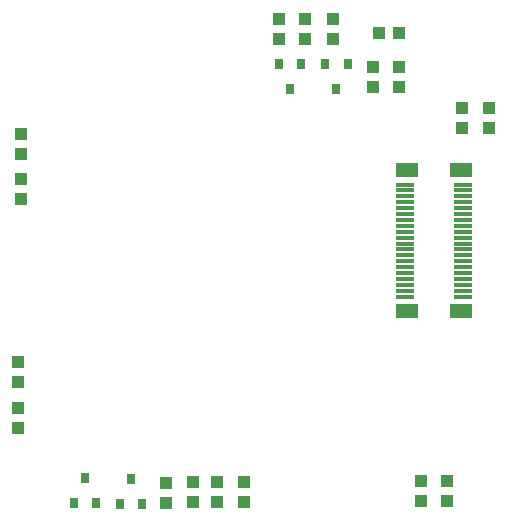
<source format=gbr>
%TF.GenerationSoftware,KiCad,Pcbnew,9.0.2*%
%TF.CreationDate,2025-07-11T21:06:48+12:00*%
%TF.ProjectId,T61,5436312e-6b69-4636-9164-5f7063625858,rev?*%
%TF.SameCoordinates,Original*%
%TF.FileFunction,Paste,Top*%
%TF.FilePolarity,Positive*%
%FSLAX46Y46*%
G04 Gerber Fmt 4.6, Leading zero omitted, Abs format (unit mm)*
G04 Created by KiCad (PCBNEW 9.0.2) date 2025-07-11 21:06:48*
%MOMM*%
%LPD*%
G01*
G04 APERTURE LIST*
%ADD10R,0.800000X0.900000*%
%ADD11R,1.000000X1.100000*%
%ADD12R,1.650000X0.300000*%
%ADD13R,1.950000X1.300000*%
%ADD14R,1.100000X1.000000*%
G04 APERTURE END LIST*
D10*
%TO.C,Q4*%
X132176100Y-126473600D03*
X134076100Y-126473600D03*
X133126100Y-124373600D03*
%TD*%
%TO.C,Q2*%
X151436100Y-89333600D03*
X149536100Y-89333600D03*
X150486100Y-91433600D03*
%TD*%
D11*
%TO.C,R3*%
X154116100Y-85473600D03*
X154116100Y-87173600D03*
%TD*%
%TO.C,R12*%
X163756100Y-126323600D03*
X163756100Y-124623600D03*
%TD*%
%TO.C,R7*%
X159756100Y-91273600D03*
X159756100Y-89573600D03*
%TD*%
D12*
%TO.C,J4*%
X160216100Y-109003600D03*
X165156100Y-109003600D03*
X160216100Y-108503600D03*
X165156100Y-108503600D03*
X160216100Y-108003600D03*
X165156100Y-108003600D03*
X160216100Y-107503600D03*
X165156100Y-107503600D03*
X160216100Y-107003600D03*
X165156100Y-107003600D03*
X160216100Y-106503600D03*
X165156100Y-106503600D03*
X160216100Y-106003600D03*
X165156100Y-106003600D03*
X160216100Y-105503600D03*
X165156100Y-105503600D03*
X160216100Y-105003600D03*
X165156100Y-105003600D03*
X160216100Y-104503600D03*
X165156100Y-104503600D03*
X160216100Y-104003600D03*
X165156100Y-104003600D03*
X160216100Y-103503600D03*
X165156100Y-103503600D03*
X160216100Y-103003600D03*
X165156100Y-103003600D03*
X160216100Y-102503600D03*
X165156100Y-102503600D03*
X160216100Y-102003600D03*
X165156100Y-102003600D03*
X160216100Y-101503600D03*
X165156100Y-101503600D03*
X160216100Y-101003600D03*
X165156100Y-101003600D03*
X160216100Y-100503600D03*
X165156100Y-100503600D03*
X160216100Y-100003600D03*
X165156100Y-100003600D03*
X160216100Y-99503600D03*
X165156100Y-99503600D03*
D13*
X160356100Y-110203600D03*
X165006100Y-110203600D03*
X160356100Y-98303600D03*
X165006100Y-98303600D03*
%TD*%
D11*
%TO.C,R8*%
X157556100Y-91283600D03*
X157556100Y-89583600D03*
%TD*%
%TO.C,C4*%
X140026100Y-124763600D03*
X140026100Y-126463600D03*
%TD*%
%TO.C,R1*%
X127716100Y-95213600D03*
X127716100Y-96913600D03*
%TD*%
%TO.C,C2*%
X161546100Y-126323600D03*
X161546100Y-124623600D03*
%TD*%
%TO.C,C6*%
X151746100Y-87163600D03*
X151746100Y-85463600D03*
%TD*%
%TO.C,R11*%
X167316100Y-92993600D03*
X167316100Y-94693600D03*
%TD*%
%TO.C,R5*%
X127456100Y-120153600D03*
X127456100Y-118453600D03*
%TD*%
%TO.C,C1*%
X165026100Y-92993600D03*
X165026100Y-94693600D03*
%TD*%
%TO.C,R4*%
X149516100Y-85463600D03*
X149516100Y-87163600D03*
%TD*%
D10*
%TO.C,Q1*%
X155356100Y-89333600D03*
X153456100Y-89333600D03*
X154406100Y-91433600D03*
%TD*%
D11*
%TO.C,C3*%
X146626100Y-124673600D03*
X146626100Y-126373600D03*
%TD*%
%TO.C,R10*%
X144346100Y-126403600D03*
X144346100Y-124703600D03*
%TD*%
%TO.C,R6*%
X127456100Y-116263600D03*
X127456100Y-114563600D03*
%TD*%
D10*
%TO.C,Q3*%
X136056100Y-126573600D03*
X137956100Y-126573600D03*
X137006100Y-124473600D03*
%TD*%
D11*
%TO.C,R2*%
X127716100Y-99003600D03*
X127716100Y-100703600D03*
%TD*%
D14*
%TO.C,C5*%
X158036100Y-86663600D03*
X159736100Y-86663600D03*
%TD*%
D11*
%TO.C,R9*%
X142246100Y-126393600D03*
X142246100Y-124693600D03*
%TD*%
M02*

</source>
